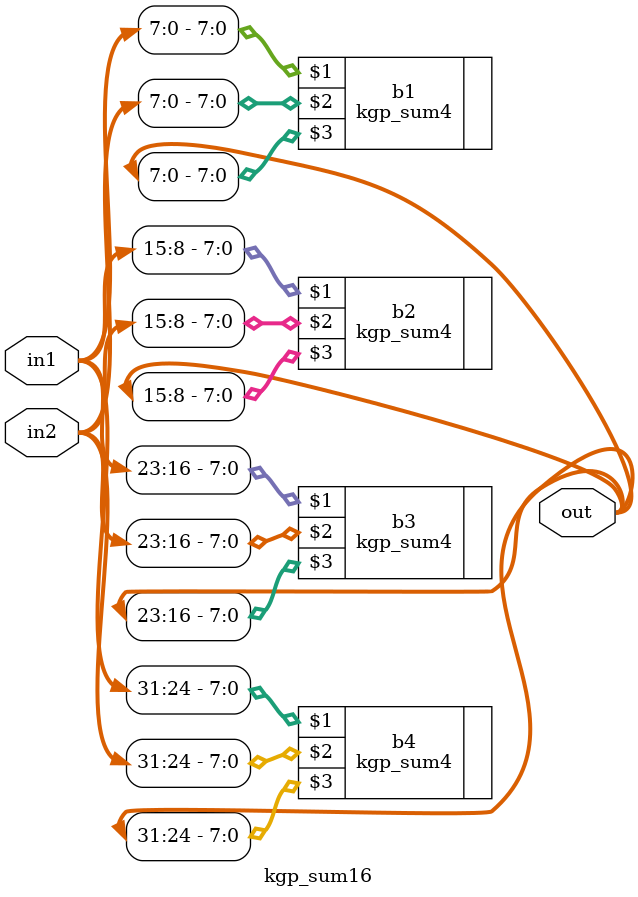
<source format=v>
`include"kgp_sum4.v"
module kgp_sum16(
	input [31:0]in1,
	input [31:0]in2,
	output [31:0] out
);
	kgp_sum4 b1(in1[7:0], in2[7:0], out[7:0]);
	kgp_sum4 b2(in1[15:8], in2[15:8], out[15:8]);
	kgp_sum4 b3(in1[23:16], in2[23:16], out[23:16]);
	kgp_sum4 b4(in1[31:24], in2[31:24], out[31:24]);

endmodule


</source>
